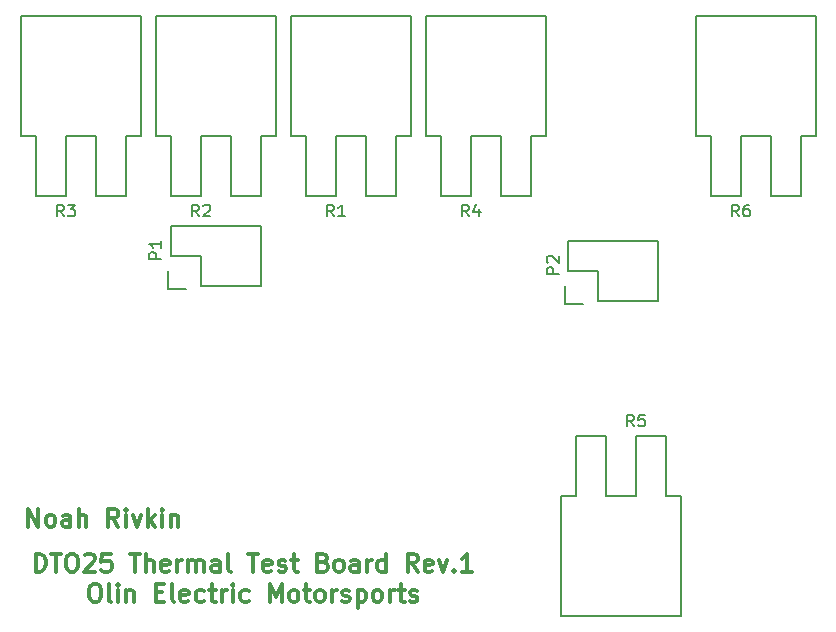
<source format=gto>
G04 #@! TF.FileFunction,Legend,Top*
%FSLAX46Y46*%
G04 Gerber Fmt 4.6, Leading zero omitted, Abs format (unit mm)*
G04 Created by KiCad (PCBNEW 4.0.7-e2-6376~58~ubuntu14.04.1) date Thu Nov 16 20:49:54 2017*
%MOMM*%
%LPD*%
G01*
G04 APERTURE LIST*
%ADD10C,0.100000*%
%ADD11C,0.300000*%
%ADD12C,0.150000*%
G04 APERTURE END LIST*
D10*
D11*
X140962857Y-130218571D02*
X140962857Y-128718571D01*
X141820000Y-130218571D01*
X141820000Y-128718571D01*
X142748572Y-130218571D02*
X142605714Y-130147143D01*
X142534286Y-130075714D01*
X142462857Y-129932857D01*
X142462857Y-129504286D01*
X142534286Y-129361429D01*
X142605714Y-129290000D01*
X142748572Y-129218571D01*
X142962857Y-129218571D01*
X143105714Y-129290000D01*
X143177143Y-129361429D01*
X143248572Y-129504286D01*
X143248572Y-129932857D01*
X143177143Y-130075714D01*
X143105714Y-130147143D01*
X142962857Y-130218571D01*
X142748572Y-130218571D01*
X144534286Y-130218571D02*
X144534286Y-129432857D01*
X144462857Y-129290000D01*
X144320000Y-129218571D01*
X144034286Y-129218571D01*
X143891429Y-129290000D01*
X144534286Y-130147143D02*
X144391429Y-130218571D01*
X144034286Y-130218571D01*
X143891429Y-130147143D01*
X143820000Y-130004286D01*
X143820000Y-129861429D01*
X143891429Y-129718571D01*
X144034286Y-129647143D01*
X144391429Y-129647143D01*
X144534286Y-129575714D01*
X145248572Y-130218571D02*
X145248572Y-128718571D01*
X145891429Y-130218571D02*
X145891429Y-129432857D01*
X145820000Y-129290000D01*
X145677143Y-129218571D01*
X145462858Y-129218571D01*
X145320000Y-129290000D01*
X145248572Y-129361429D01*
X148605715Y-130218571D02*
X148105715Y-129504286D01*
X147748572Y-130218571D02*
X147748572Y-128718571D01*
X148320000Y-128718571D01*
X148462858Y-128790000D01*
X148534286Y-128861429D01*
X148605715Y-129004286D01*
X148605715Y-129218571D01*
X148534286Y-129361429D01*
X148462858Y-129432857D01*
X148320000Y-129504286D01*
X147748572Y-129504286D01*
X149248572Y-130218571D02*
X149248572Y-129218571D01*
X149248572Y-128718571D02*
X149177143Y-128790000D01*
X149248572Y-128861429D01*
X149320000Y-128790000D01*
X149248572Y-128718571D01*
X149248572Y-128861429D01*
X149820001Y-129218571D02*
X150177144Y-130218571D01*
X150534286Y-129218571D01*
X151105715Y-130218571D02*
X151105715Y-128718571D01*
X151248572Y-129647143D02*
X151677143Y-130218571D01*
X151677143Y-129218571D02*
X151105715Y-129790000D01*
X152320001Y-130218571D02*
X152320001Y-129218571D01*
X152320001Y-128718571D02*
X152248572Y-128790000D01*
X152320001Y-128861429D01*
X152391429Y-128790000D01*
X152320001Y-128718571D01*
X152320001Y-128861429D01*
X153034287Y-129218571D02*
X153034287Y-130218571D01*
X153034287Y-129361429D02*
X153105715Y-129290000D01*
X153248573Y-129218571D01*
X153462858Y-129218571D01*
X153605715Y-129290000D01*
X153677144Y-129432857D01*
X153677144Y-130218571D01*
X141591430Y-134023571D02*
X141591430Y-132523571D01*
X141948573Y-132523571D01*
X142162858Y-132595000D01*
X142305716Y-132737857D01*
X142377144Y-132880714D01*
X142448573Y-133166429D01*
X142448573Y-133380714D01*
X142377144Y-133666429D01*
X142305716Y-133809286D01*
X142162858Y-133952143D01*
X141948573Y-134023571D01*
X141591430Y-134023571D01*
X142877144Y-132523571D02*
X143734287Y-132523571D01*
X143305716Y-134023571D02*
X143305716Y-132523571D01*
X144520001Y-132523571D02*
X144805715Y-132523571D01*
X144948573Y-132595000D01*
X145091430Y-132737857D01*
X145162858Y-133023571D01*
X145162858Y-133523571D01*
X145091430Y-133809286D01*
X144948573Y-133952143D01*
X144805715Y-134023571D01*
X144520001Y-134023571D01*
X144377144Y-133952143D01*
X144234287Y-133809286D01*
X144162858Y-133523571D01*
X144162858Y-133023571D01*
X144234287Y-132737857D01*
X144377144Y-132595000D01*
X144520001Y-132523571D01*
X145734287Y-132666429D02*
X145805716Y-132595000D01*
X145948573Y-132523571D01*
X146305716Y-132523571D01*
X146448573Y-132595000D01*
X146520002Y-132666429D01*
X146591430Y-132809286D01*
X146591430Y-132952143D01*
X146520002Y-133166429D01*
X145662859Y-134023571D01*
X146591430Y-134023571D01*
X147948573Y-132523571D02*
X147234287Y-132523571D01*
X147162858Y-133237857D01*
X147234287Y-133166429D01*
X147377144Y-133095000D01*
X147734287Y-133095000D01*
X147877144Y-133166429D01*
X147948573Y-133237857D01*
X148020001Y-133380714D01*
X148020001Y-133737857D01*
X147948573Y-133880714D01*
X147877144Y-133952143D01*
X147734287Y-134023571D01*
X147377144Y-134023571D01*
X147234287Y-133952143D01*
X147162858Y-133880714D01*
X149591429Y-132523571D02*
X150448572Y-132523571D01*
X150020001Y-134023571D02*
X150020001Y-132523571D01*
X150948572Y-134023571D02*
X150948572Y-132523571D01*
X151591429Y-134023571D02*
X151591429Y-133237857D01*
X151520000Y-133095000D01*
X151377143Y-133023571D01*
X151162858Y-133023571D01*
X151020000Y-133095000D01*
X150948572Y-133166429D01*
X152877143Y-133952143D02*
X152734286Y-134023571D01*
X152448572Y-134023571D01*
X152305715Y-133952143D01*
X152234286Y-133809286D01*
X152234286Y-133237857D01*
X152305715Y-133095000D01*
X152448572Y-133023571D01*
X152734286Y-133023571D01*
X152877143Y-133095000D01*
X152948572Y-133237857D01*
X152948572Y-133380714D01*
X152234286Y-133523571D01*
X153591429Y-134023571D02*
X153591429Y-133023571D01*
X153591429Y-133309286D02*
X153662857Y-133166429D01*
X153734286Y-133095000D01*
X153877143Y-133023571D01*
X154020000Y-133023571D01*
X154520000Y-134023571D02*
X154520000Y-133023571D01*
X154520000Y-133166429D02*
X154591428Y-133095000D01*
X154734286Y-133023571D01*
X154948571Y-133023571D01*
X155091428Y-133095000D01*
X155162857Y-133237857D01*
X155162857Y-134023571D01*
X155162857Y-133237857D02*
X155234286Y-133095000D01*
X155377143Y-133023571D01*
X155591428Y-133023571D01*
X155734286Y-133095000D01*
X155805714Y-133237857D01*
X155805714Y-134023571D01*
X157162857Y-134023571D02*
X157162857Y-133237857D01*
X157091428Y-133095000D01*
X156948571Y-133023571D01*
X156662857Y-133023571D01*
X156520000Y-133095000D01*
X157162857Y-133952143D02*
X157020000Y-134023571D01*
X156662857Y-134023571D01*
X156520000Y-133952143D01*
X156448571Y-133809286D01*
X156448571Y-133666429D01*
X156520000Y-133523571D01*
X156662857Y-133452143D01*
X157020000Y-133452143D01*
X157162857Y-133380714D01*
X158091429Y-134023571D02*
X157948571Y-133952143D01*
X157877143Y-133809286D01*
X157877143Y-132523571D01*
X159591428Y-132523571D02*
X160448571Y-132523571D01*
X160020000Y-134023571D02*
X160020000Y-132523571D01*
X161519999Y-133952143D02*
X161377142Y-134023571D01*
X161091428Y-134023571D01*
X160948571Y-133952143D01*
X160877142Y-133809286D01*
X160877142Y-133237857D01*
X160948571Y-133095000D01*
X161091428Y-133023571D01*
X161377142Y-133023571D01*
X161519999Y-133095000D01*
X161591428Y-133237857D01*
X161591428Y-133380714D01*
X160877142Y-133523571D01*
X162162856Y-133952143D02*
X162305713Y-134023571D01*
X162591428Y-134023571D01*
X162734285Y-133952143D01*
X162805713Y-133809286D01*
X162805713Y-133737857D01*
X162734285Y-133595000D01*
X162591428Y-133523571D01*
X162377142Y-133523571D01*
X162234285Y-133452143D01*
X162162856Y-133309286D01*
X162162856Y-133237857D01*
X162234285Y-133095000D01*
X162377142Y-133023571D01*
X162591428Y-133023571D01*
X162734285Y-133095000D01*
X163234285Y-133023571D02*
X163805714Y-133023571D01*
X163448571Y-132523571D02*
X163448571Y-133809286D01*
X163519999Y-133952143D01*
X163662857Y-134023571D01*
X163805714Y-134023571D01*
X165948571Y-133237857D02*
X166162857Y-133309286D01*
X166234285Y-133380714D01*
X166305714Y-133523571D01*
X166305714Y-133737857D01*
X166234285Y-133880714D01*
X166162857Y-133952143D01*
X166019999Y-134023571D01*
X165448571Y-134023571D01*
X165448571Y-132523571D01*
X165948571Y-132523571D01*
X166091428Y-132595000D01*
X166162857Y-132666429D01*
X166234285Y-132809286D01*
X166234285Y-132952143D01*
X166162857Y-133095000D01*
X166091428Y-133166429D01*
X165948571Y-133237857D01*
X165448571Y-133237857D01*
X167162857Y-134023571D02*
X167019999Y-133952143D01*
X166948571Y-133880714D01*
X166877142Y-133737857D01*
X166877142Y-133309286D01*
X166948571Y-133166429D01*
X167019999Y-133095000D01*
X167162857Y-133023571D01*
X167377142Y-133023571D01*
X167519999Y-133095000D01*
X167591428Y-133166429D01*
X167662857Y-133309286D01*
X167662857Y-133737857D01*
X167591428Y-133880714D01*
X167519999Y-133952143D01*
X167377142Y-134023571D01*
X167162857Y-134023571D01*
X168948571Y-134023571D02*
X168948571Y-133237857D01*
X168877142Y-133095000D01*
X168734285Y-133023571D01*
X168448571Y-133023571D01*
X168305714Y-133095000D01*
X168948571Y-133952143D02*
X168805714Y-134023571D01*
X168448571Y-134023571D01*
X168305714Y-133952143D01*
X168234285Y-133809286D01*
X168234285Y-133666429D01*
X168305714Y-133523571D01*
X168448571Y-133452143D01*
X168805714Y-133452143D01*
X168948571Y-133380714D01*
X169662857Y-134023571D02*
X169662857Y-133023571D01*
X169662857Y-133309286D02*
X169734285Y-133166429D01*
X169805714Y-133095000D01*
X169948571Y-133023571D01*
X170091428Y-133023571D01*
X171234285Y-134023571D02*
X171234285Y-132523571D01*
X171234285Y-133952143D02*
X171091428Y-134023571D01*
X170805714Y-134023571D01*
X170662856Y-133952143D01*
X170591428Y-133880714D01*
X170519999Y-133737857D01*
X170519999Y-133309286D01*
X170591428Y-133166429D01*
X170662856Y-133095000D01*
X170805714Y-133023571D01*
X171091428Y-133023571D01*
X171234285Y-133095000D01*
X173948571Y-134023571D02*
X173448571Y-133309286D01*
X173091428Y-134023571D02*
X173091428Y-132523571D01*
X173662856Y-132523571D01*
X173805714Y-132595000D01*
X173877142Y-132666429D01*
X173948571Y-132809286D01*
X173948571Y-133023571D01*
X173877142Y-133166429D01*
X173805714Y-133237857D01*
X173662856Y-133309286D01*
X173091428Y-133309286D01*
X175162856Y-133952143D02*
X175019999Y-134023571D01*
X174734285Y-134023571D01*
X174591428Y-133952143D01*
X174519999Y-133809286D01*
X174519999Y-133237857D01*
X174591428Y-133095000D01*
X174734285Y-133023571D01*
X175019999Y-133023571D01*
X175162856Y-133095000D01*
X175234285Y-133237857D01*
X175234285Y-133380714D01*
X174519999Y-133523571D01*
X175734285Y-133023571D02*
X176091428Y-134023571D01*
X176448570Y-133023571D01*
X177019999Y-133880714D02*
X177091427Y-133952143D01*
X177019999Y-134023571D01*
X176948570Y-133952143D01*
X177019999Y-133880714D01*
X177019999Y-134023571D01*
X178519999Y-134023571D02*
X177662856Y-134023571D01*
X178091428Y-134023571D02*
X178091428Y-132523571D01*
X177948571Y-132737857D01*
X177805713Y-132880714D01*
X177662856Y-132952143D01*
X146484286Y-135073571D02*
X146770000Y-135073571D01*
X146912858Y-135145000D01*
X147055715Y-135287857D01*
X147127143Y-135573571D01*
X147127143Y-136073571D01*
X147055715Y-136359286D01*
X146912858Y-136502143D01*
X146770000Y-136573571D01*
X146484286Y-136573571D01*
X146341429Y-136502143D01*
X146198572Y-136359286D01*
X146127143Y-136073571D01*
X146127143Y-135573571D01*
X146198572Y-135287857D01*
X146341429Y-135145000D01*
X146484286Y-135073571D01*
X147984287Y-136573571D02*
X147841429Y-136502143D01*
X147770001Y-136359286D01*
X147770001Y-135073571D01*
X148555715Y-136573571D02*
X148555715Y-135573571D01*
X148555715Y-135073571D02*
X148484286Y-135145000D01*
X148555715Y-135216429D01*
X148627143Y-135145000D01*
X148555715Y-135073571D01*
X148555715Y-135216429D01*
X149270001Y-135573571D02*
X149270001Y-136573571D01*
X149270001Y-135716429D02*
X149341429Y-135645000D01*
X149484287Y-135573571D01*
X149698572Y-135573571D01*
X149841429Y-135645000D01*
X149912858Y-135787857D01*
X149912858Y-136573571D01*
X151770001Y-135787857D02*
X152270001Y-135787857D01*
X152484287Y-136573571D02*
X151770001Y-136573571D01*
X151770001Y-135073571D01*
X152484287Y-135073571D01*
X153341430Y-136573571D02*
X153198572Y-136502143D01*
X153127144Y-136359286D01*
X153127144Y-135073571D01*
X154484286Y-136502143D02*
X154341429Y-136573571D01*
X154055715Y-136573571D01*
X153912858Y-136502143D01*
X153841429Y-136359286D01*
X153841429Y-135787857D01*
X153912858Y-135645000D01*
X154055715Y-135573571D01*
X154341429Y-135573571D01*
X154484286Y-135645000D01*
X154555715Y-135787857D01*
X154555715Y-135930714D01*
X153841429Y-136073571D01*
X155841429Y-136502143D02*
X155698572Y-136573571D01*
X155412858Y-136573571D01*
X155270000Y-136502143D01*
X155198572Y-136430714D01*
X155127143Y-136287857D01*
X155127143Y-135859286D01*
X155198572Y-135716429D01*
X155270000Y-135645000D01*
X155412858Y-135573571D01*
X155698572Y-135573571D01*
X155841429Y-135645000D01*
X156270000Y-135573571D02*
X156841429Y-135573571D01*
X156484286Y-135073571D02*
X156484286Y-136359286D01*
X156555714Y-136502143D01*
X156698572Y-136573571D01*
X156841429Y-136573571D01*
X157341429Y-136573571D02*
X157341429Y-135573571D01*
X157341429Y-135859286D02*
X157412857Y-135716429D01*
X157484286Y-135645000D01*
X157627143Y-135573571D01*
X157770000Y-135573571D01*
X158270000Y-136573571D02*
X158270000Y-135573571D01*
X158270000Y-135073571D02*
X158198571Y-135145000D01*
X158270000Y-135216429D01*
X158341428Y-135145000D01*
X158270000Y-135073571D01*
X158270000Y-135216429D01*
X159627143Y-136502143D02*
X159484286Y-136573571D01*
X159198572Y-136573571D01*
X159055714Y-136502143D01*
X158984286Y-136430714D01*
X158912857Y-136287857D01*
X158912857Y-135859286D01*
X158984286Y-135716429D01*
X159055714Y-135645000D01*
X159198572Y-135573571D01*
X159484286Y-135573571D01*
X159627143Y-135645000D01*
X161412857Y-136573571D02*
X161412857Y-135073571D01*
X161912857Y-136145000D01*
X162412857Y-135073571D01*
X162412857Y-136573571D01*
X163341429Y-136573571D02*
X163198571Y-136502143D01*
X163127143Y-136430714D01*
X163055714Y-136287857D01*
X163055714Y-135859286D01*
X163127143Y-135716429D01*
X163198571Y-135645000D01*
X163341429Y-135573571D01*
X163555714Y-135573571D01*
X163698571Y-135645000D01*
X163770000Y-135716429D01*
X163841429Y-135859286D01*
X163841429Y-136287857D01*
X163770000Y-136430714D01*
X163698571Y-136502143D01*
X163555714Y-136573571D01*
X163341429Y-136573571D01*
X164270000Y-135573571D02*
X164841429Y-135573571D01*
X164484286Y-135073571D02*
X164484286Y-136359286D01*
X164555714Y-136502143D01*
X164698572Y-136573571D01*
X164841429Y-136573571D01*
X165555715Y-136573571D02*
X165412857Y-136502143D01*
X165341429Y-136430714D01*
X165270000Y-136287857D01*
X165270000Y-135859286D01*
X165341429Y-135716429D01*
X165412857Y-135645000D01*
X165555715Y-135573571D01*
X165770000Y-135573571D01*
X165912857Y-135645000D01*
X165984286Y-135716429D01*
X166055715Y-135859286D01*
X166055715Y-136287857D01*
X165984286Y-136430714D01*
X165912857Y-136502143D01*
X165770000Y-136573571D01*
X165555715Y-136573571D01*
X166698572Y-136573571D02*
X166698572Y-135573571D01*
X166698572Y-135859286D02*
X166770000Y-135716429D01*
X166841429Y-135645000D01*
X166984286Y-135573571D01*
X167127143Y-135573571D01*
X167555714Y-136502143D02*
X167698571Y-136573571D01*
X167984286Y-136573571D01*
X168127143Y-136502143D01*
X168198571Y-136359286D01*
X168198571Y-136287857D01*
X168127143Y-136145000D01*
X167984286Y-136073571D01*
X167770000Y-136073571D01*
X167627143Y-136002143D01*
X167555714Y-135859286D01*
X167555714Y-135787857D01*
X167627143Y-135645000D01*
X167770000Y-135573571D01*
X167984286Y-135573571D01*
X168127143Y-135645000D01*
X168841429Y-135573571D02*
X168841429Y-137073571D01*
X168841429Y-135645000D02*
X168984286Y-135573571D01*
X169270000Y-135573571D01*
X169412857Y-135645000D01*
X169484286Y-135716429D01*
X169555715Y-135859286D01*
X169555715Y-136287857D01*
X169484286Y-136430714D01*
X169412857Y-136502143D01*
X169270000Y-136573571D01*
X168984286Y-136573571D01*
X168841429Y-136502143D01*
X170412858Y-136573571D02*
X170270000Y-136502143D01*
X170198572Y-136430714D01*
X170127143Y-136287857D01*
X170127143Y-135859286D01*
X170198572Y-135716429D01*
X170270000Y-135645000D01*
X170412858Y-135573571D01*
X170627143Y-135573571D01*
X170770000Y-135645000D01*
X170841429Y-135716429D01*
X170912858Y-135859286D01*
X170912858Y-136287857D01*
X170841429Y-136430714D01*
X170770000Y-136502143D01*
X170627143Y-136573571D01*
X170412858Y-136573571D01*
X171555715Y-136573571D02*
X171555715Y-135573571D01*
X171555715Y-135859286D02*
X171627143Y-135716429D01*
X171698572Y-135645000D01*
X171841429Y-135573571D01*
X171984286Y-135573571D01*
X172270000Y-135573571D02*
X172841429Y-135573571D01*
X172484286Y-135073571D02*
X172484286Y-136359286D01*
X172555714Y-136502143D01*
X172698572Y-136573571D01*
X172841429Y-136573571D01*
X173270000Y-136502143D02*
X173412857Y-136573571D01*
X173698572Y-136573571D01*
X173841429Y-136502143D01*
X173912857Y-136359286D01*
X173912857Y-136287857D01*
X173841429Y-136145000D01*
X173698572Y-136073571D01*
X173484286Y-136073571D01*
X173341429Y-136002143D01*
X173270000Y-135859286D01*
X173270000Y-135787857D01*
X173341429Y-135645000D01*
X173484286Y-135573571D01*
X173698572Y-135573571D01*
X173841429Y-135645000D01*
D12*
X155575000Y-109855000D02*
X160655000Y-109855000D01*
X152755000Y-110135000D02*
X152755000Y-108585000D01*
X153035000Y-107315000D02*
X155575000Y-107315000D01*
X155575000Y-107315000D02*
X155575000Y-109855000D01*
X160655000Y-109855000D02*
X160655000Y-104775000D01*
X160655000Y-104775000D02*
X155575000Y-104775000D01*
X152755000Y-110135000D02*
X154305000Y-110135000D01*
X153035000Y-104775000D02*
X153035000Y-107315000D01*
X155575000Y-104775000D02*
X153035000Y-104775000D01*
X189230000Y-111125000D02*
X194310000Y-111125000D01*
X186410000Y-111405000D02*
X186410000Y-109855000D01*
X186690000Y-108585000D02*
X189230000Y-108585000D01*
X189230000Y-108585000D02*
X189230000Y-111125000D01*
X194310000Y-111125000D02*
X194310000Y-106045000D01*
X194310000Y-106045000D02*
X189230000Y-106045000D01*
X186410000Y-111405000D02*
X187960000Y-111405000D01*
X186690000Y-106045000D02*
X186690000Y-108585000D01*
X189230000Y-106045000D02*
X186690000Y-106045000D01*
X167005000Y-102235000D02*
X164465000Y-102235000D01*
X164465000Y-102235000D02*
X164465000Y-97155000D01*
X164465000Y-97155000D02*
X163195000Y-97155000D01*
X163195000Y-97155000D02*
X163195000Y-86995000D01*
X163195000Y-86995000D02*
X173355000Y-86995000D01*
X173355000Y-86995000D02*
X173355000Y-97155000D01*
X173355000Y-97155000D02*
X172085000Y-97155000D01*
X172085000Y-97155000D02*
X172085000Y-102235000D01*
X172085000Y-102235000D02*
X169545000Y-102235000D01*
X169545000Y-102235000D02*
X169545000Y-97155000D01*
X169545000Y-97155000D02*
X167005000Y-97155000D01*
X167005000Y-97155000D02*
X167005000Y-102235000D01*
X155575000Y-102235000D02*
X153035000Y-102235000D01*
X153035000Y-102235000D02*
X153035000Y-97155000D01*
X153035000Y-97155000D02*
X151765000Y-97155000D01*
X151765000Y-97155000D02*
X151765000Y-86995000D01*
X151765000Y-86995000D02*
X161925000Y-86995000D01*
X161925000Y-86995000D02*
X161925000Y-97155000D01*
X161925000Y-97155000D02*
X160655000Y-97155000D01*
X160655000Y-97155000D02*
X160655000Y-102235000D01*
X160655000Y-102235000D02*
X158115000Y-102235000D01*
X158115000Y-102235000D02*
X158115000Y-97155000D01*
X158115000Y-97155000D02*
X155575000Y-97155000D01*
X155575000Y-97155000D02*
X155575000Y-102235000D01*
X144145000Y-102235000D02*
X141605000Y-102235000D01*
X141605000Y-102235000D02*
X141605000Y-97155000D01*
X141605000Y-97155000D02*
X140335000Y-97155000D01*
X140335000Y-97155000D02*
X140335000Y-86995000D01*
X140335000Y-86995000D02*
X150495000Y-86995000D01*
X150495000Y-86995000D02*
X150495000Y-97155000D01*
X150495000Y-97155000D02*
X149225000Y-97155000D01*
X149225000Y-97155000D02*
X149225000Y-102235000D01*
X149225000Y-102235000D02*
X146685000Y-102235000D01*
X146685000Y-102235000D02*
X146685000Y-97155000D01*
X146685000Y-97155000D02*
X144145000Y-97155000D01*
X144145000Y-97155000D02*
X144145000Y-102235000D01*
X178435000Y-102235000D02*
X175895000Y-102235000D01*
X175895000Y-102235000D02*
X175895000Y-97155000D01*
X175895000Y-97155000D02*
X174625000Y-97155000D01*
X174625000Y-97155000D02*
X174625000Y-86995000D01*
X174625000Y-86995000D02*
X184785000Y-86995000D01*
X184785000Y-86995000D02*
X184785000Y-97155000D01*
X184785000Y-97155000D02*
X183515000Y-97155000D01*
X183515000Y-97155000D02*
X183515000Y-102235000D01*
X183515000Y-102235000D02*
X180975000Y-102235000D01*
X180975000Y-102235000D02*
X180975000Y-97155000D01*
X180975000Y-97155000D02*
X178435000Y-97155000D01*
X178435000Y-97155000D02*
X178435000Y-102235000D01*
X192405000Y-122555000D02*
X194945000Y-122555000D01*
X194945000Y-122555000D02*
X194945000Y-127635000D01*
X194945000Y-127635000D02*
X196215000Y-127635000D01*
X196215000Y-127635000D02*
X196215000Y-137795000D01*
X196215000Y-137795000D02*
X186055000Y-137795000D01*
X186055000Y-137795000D02*
X186055000Y-127635000D01*
X186055000Y-127635000D02*
X187325000Y-127635000D01*
X187325000Y-127635000D02*
X187325000Y-122555000D01*
X187325000Y-122555000D02*
X189865000Y-122555000D01*
X189865000Y-122555000D02*
X189865000Y-127635000D01*
X189865000Y-127635000D02*
X192405000Y-127635000D01*
X192405000Y-127635000D02*
X192405000Y-122555000D01*
X201295000Y-102235000D02*
X198755000Y-102235000D01*
X198755000Y-102235000D02*
X198755000Y-97155000D01*
X198755000Y-97155000D02*
X197485000Y-97155000D01*
X197485000Y-97155000D02*
X197485000Y-86995000D01*
X197485000Y-86995000D02*
X207645000Y-86995000D01*
X207645000Y-86995000D02*
X207645000Y-97155000D01*
X207645000Y-97155000D02*
X206375000Y-97155000D01*
X206375000Y-97155000D02*
X206375000Y-102235000D01*
X206375000Y-102235000D02*
X203835000Y-102235000D01*
X203835000Y-102235000D02*
X203835000Y-97155000D01*
X203835000Y-97155000D02*
X201295000Y-97155000D01*
X201295000Y-97155000D02*
X201295000Y-102235000D01*
X152217381Y-107545095D02*
X151217381Y-107545095D01*
X151217381Y-107164142D01*
X151265000Y-107068904D01*
X151312619Y-107021285D01*
X151407857Y-106973666D01*
X151550714Y-106973666D01*
X151645952Y-107021285D01*
X151693571Y-107068904D01*
X151741190Y-107164142D01*
X151741190Y-107545095D01*
X152217381Y-106021285D02*
X152217381Y-106592714D01*
X152217381Y-106307000D02*
X151217381Y-106307000D01*
X151360238Y-106402238D01*
X151455476Y-106497476D01*
X151503095Y-106592714D01*
X185872381Y-108815095D02*
X184872381Y-108815095D01*
X184872381Y-108434142D01*
X184920000Y-108338904D01*
X184967619Y-108291285D01*
X185062857Y-108243666D01*
X185205714Y-108243666D01*
X185300952Y-108291285D01*
X185348571Y-108338904D01*
X185396190Y-108434142D01*
X185396190Y-108815095D01*
X184967619Y-107862714D02*
X184920000Y-107815095D01*
X184872381Y-107719857D01*
X184872381Y-107481761D01*
X184920000Y-107386523D01*
X184967619Y-107338904D01*
X185062857Y-107291285D01*
X185158095Y-107291285D01*
X185300952Y-107338904D01*
X185872381Y-107910333D01*
X185872381Y-107291285D01*
X166838334Y-103957381D02*
X166505000Y-103481190D01*
X166266905Y-103957381D02*
X166266905Y-102957381D01*
X166647858Y-102957381D01*
X166743096Y-103005000D01*
X166790715Y-103052619D01*
X166838334Y-103147857D01*
X166838334Y-103290714D01*
X166790715Y-103385952D01*
X166743096Y-103433571D01*
X166647858Y-103481190D01*
X166266905Y-103481190D01*
X167790715Y-103957381D02*
X167219286Y-103957381D01*
X167505000Y-103957381D02*
X167505000Y-102957381D01*
X167409762Y-103100238D01*
X167314524Y-103195476D01*
X167219286Y-103243095D01*
X155408334Y-103957381D02*
X155075000Y-103481190D01*
X154836905Y-103957381D02*
X154836905Y-102957381D01*
X155217858Y-102957381D01*
X155313096Y-103005000D01*
X155360715Y-103052619D01*
X155408334Y-103147857D01*
X155408334Y-103290714D01*
X155360715Y-103385952D01*
X155313096Y-103433571D01*
X155217858Y-103481190D01*
X154836905Y-103481190D01*
X155789286Y-103052619D02*
X155836905Y-103005000D01*
X155932143Y-102957381D01*
X156170239Y-102957381D01*
X156265477Y-103005000D01*
X156313096Y-103052619D01*
X156360715Y-103147857D01*
X156360715Y-103243095D01*
X156313096Y-103385952D01*
X155741667Y-103957381D01*
X156360715Y-103957381D01*
X143978334Y-103957381D02*
X143645000Y-103481190D01*
X143406905Y-103957381D02*
X143406905Y-102957381D01*
X143787858Y-102957381D01*
X143883096Y-103005000D01*
X143930715Y-103052619D01*
X143978334Y-103147857D01*
X143978334Y-103290714D01*
X143930715Y-103385952D01*
X143883096Y-103433571D01*
X143787858Y-103481190D01*
X143406905Y-103481190D01*
X144311667Y-102957381D02*
X144930715Y-102957381D01*
X144597381Y-103338333D01*
X144740239Y-103338333D01*
X144835477Y-103385952D01*
X144883096Y-103433571D01*
X144930715Y-103528810D01*
X144930715Y-103766905D01*
X144883096Y-103862143D01*
X144835477Y-103909762D01*
X144740239Y-103957381D01*
X144454524Y-103957381D01*
X144359286Y-103909762D01*
X144311667Y-103862143D01*
X178268334Y-103957381D02*
X177935000Y-103481190D01*
X177696905Y-103957381D02*
X177696905Y-102957381D01*
X178077858Y-102957381D01*
X178173096Y-103005000D01*
X178220715Y-103052619D01*
X178268334Y-103147857D01*
X178268334Y-103290714D01*
X178220715Y-103385952D01*
X178173096Y-103433571D01*
X178077858Y-103481190D01*
X177696905Y-103481190D01*
X179125477Y-103290714D02*
X179125477Y-103957381D01*
X178887381Y-102909762D02*
X178649286Y-103624048D01*
X179268334Y-103624048D01*
X192238334Y-121737381D02*
X191905000Y-121261190D01*
X191666905Y-121737381D02*
X191666905Y-120737381D01*
X192047858Y-120737381D01*
X192143096Y-120785000D01*
X192190715Y-120832619D01*
X192238334Y-120927857D01*
X192238334Y-121070714D01*
X192190715Y-121165952D01*
X192143096Y-121213571D01*
X192047858Y-121261190D01*
X191666905Y-121261190D01*
X193143096Y-120737381D02*
X192666905Y-120737381D01*
X192619286Y-121213571D01*
X192666905Y-121165952D01*
X192762143Y-121118333D01*
X193000239Y-121118333D01*
X193095477Y-121165952D01*
X193143096Y-121213571D01*
X193190715Y-121308810D01*
X193190715Y-121546905D01*
X193143096Y-121642143D01*
X193095477Y-121689762D01*
X193000239Y-121737381D01*
X192762143Y-121737381D01*
X192666905Y-121689762D01*
X192619286Y-121642143D01*
X201128334Y-103957381D02*
X200795000Y-103481190D01*
X200556905Y-103957381D02*
X200556905Y-102957381D01*
X200937858Y-102957381D01*
X201033096Y-103005000D01*
X201080715Y-103052619D01*
X201128334Y-103147857D01*
X201128334Y-103290714D01*
X201080715Y-103385952D01*
X201033096Y-103433571D01*
X200937858Y-103481190D01*
X200556905Y-103481190D01*
X201985477Y-102957381D02*
X201795000Y-102957381D01*
X201699762Y-103005000D01*
X201652143Y-103052619D01*
X201556905Y-103195476D01*
X201509286Y-103385952D01*
X201509286Y-103766905D01*
X201556905Y-103862143D01*
X201604524Y-103909762D01*
X201699762Y-103957381D01*
X201890239Y-103957381D01*
X201985477Y-103909762D01*
X202033096Y-103862143D01*
X202080715Y-103766905D01*
X202080715Y-103528810D01*
X202033096Y-103433571D01*
X201985477Y-103385952D01*
X201890239Y-103338333D01*
X201699762Y-103338333D01*
X201604524Y-103385952D01*
X201556905Y-103433571D01*
X201509286Y-103528810D01*
M02*

</source>
